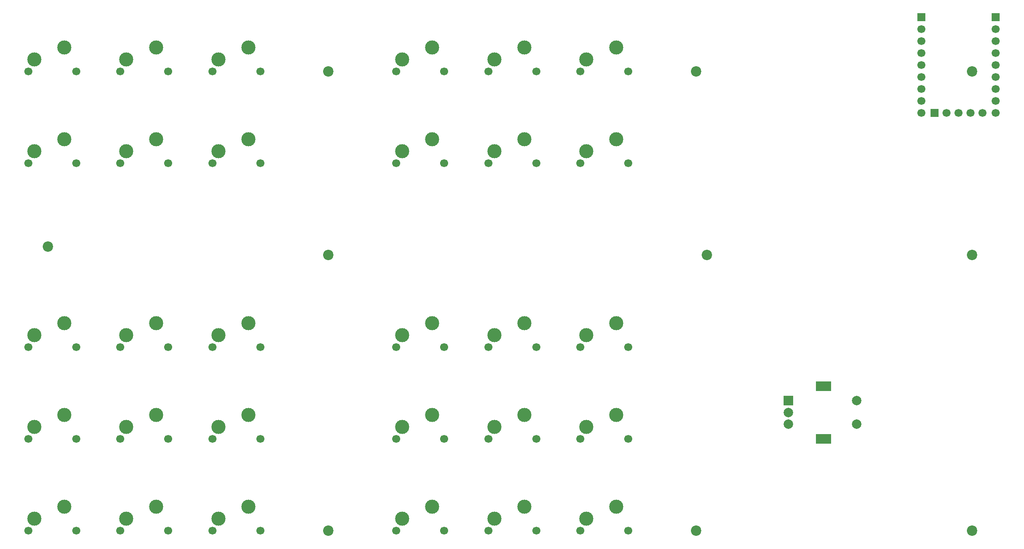
<source format=gbr>
%TF.GenerationSoftware,KiCad,Pcbnew,9.0.7*%
%TF.CreationDate,2026-02-23T23:42:04+09:00*%
%TF.ProjectId,YmmKeyboardMX,596d6d4b-6579-4626-9f61-72644d582e6b,rev?*%
%TF.SameCoordinates,Original*%
%TF.FileFunction,Soldermask,Top*%
%TF.FilePolarity,Negative*%
%FSLAX46Y46*%
G04 Gerber Fmt 4.6, Leading zero omitted, Abs format (unit mm)*
G04 Created by KiCad (PCBNEW 9.0.7) date 2026-02-23 23:42:04*
%MOMM*%
%LPD*%
G01*
G04 APERTURE LIST*
%ADD10C,2.000000*%
%ADD11R,3.200000X2.000000*%
%ADD12R,2.000000X2.000000*%
%ADD13C,2.200000*%
%ADD14C,1.700000*%
%ADD15C,3.000000*%
%ADD16R,1.700000X1.700000*%
G04 APERTURE END LIST*
D10*
%TO.C,SW31*%
X209500000Y-108900000D03*
X209500000Y-113900000D03*
D11*
X202500000Y-117000000D03*
X202500000Y-105800000D03*
D10*
X195000000Y-111400000D03*
X195000000Y-113900000D03*
D12*
X195000000Y-108900000D03*
%TD*%
D13*
%TO.C,H7*%
X234000000Y-39000000D03*
%TD*%
%TO.C,H4*%
X97500000Y-39000000D03*
%TD*%
D14*
%TO.C,SW5*%
X131420000Y-39000000D03*
D15*
X132690000Y-36460000D03*
X139040000Y-33920000D03*
D14*
X141580000Y-39000000D03*
%TD*%
%TO.C,SW1*%
X33920000Y-39000000D03*
D15*
X35190000Y-36460000D03*
X41540000Y-33920000D03*
D14*
X44080000Y-39000000D03*
%TD*%
%TO.C,SW2*%
X53420000Y-39000000D03*
D15*
X54690000Y-36460000D03*
X61040000Y-33920000D03*
D14*
X63580000Y-39000000D03*
%TD*%
%TO.C,SW21*%
X72920000Y-117000000D03*
D15*
X74190000Y-114460000D03*
X80540000Y-111920000D03*
D14*
X83080000Y-117000000D03*
%TD*%
%TO.C,SW30*%
X150920000Y-136500000D03*
D15*
X152190000Y-133960000D03*
X158540000Y-131420000D03*
D14*
X161080000Y-136500000D03*
%TD*%
%TO.C,SW18*%
X150920000Y-97500000D03*
D15*
X152190000Y-94960000D03*
X158540000Y-92420000D03*
D14*
X161080000Y-97500000D03*
%TD*%
%TO.C,SW11*%
X131420000Y-58500000D03*
D15*
X132690000Y-55960000D03*
X139040000Y-53420000D03*
D14*
X141580000Y-58500000D03*
%TD*%
%TO.C,SW23*%
X131420000Y-117000000D03*
D15*
X132690000Y-114460000D03*
X139040000Y-111920000D03*
D14*
X141580000Y-117000000D03*
%TD*%
%TO.C,SW6*%
X150920000Y-39000000D03*
D15*
X152190000Y-36460000D03*
X158540000Y-33920000D03*
D14*
X161080000Y-39000000D03*
%TD*%
%TO.C,SW16*%
X111920000Y-97500000D03*
D15*
X113190000Y-94960000D03*
X119540000Y-92420000D03*
D14*
X122080000Y-97500000D03*
%TD*%
%TO.C,SW20*%
X53420000Y-117000000D03*
D15*
X54690000Y-114460000D03*
X61040000Y-111920000D03*
D14*
X63580000Y-117000000D03*
%TD*%
%TO.C,SW12*%
X150920000Y-58500000D03*
D15*
X152190000Y-55960000D03*
X158540000Y-53420000D03*
D14*
X161080000Y-58500000D03*
%TD*%
%TO.C,SW28*%
X111920000Y-136500000D03*
D15*
X113190000Y-133960000D03*
X119540000Y-131420000D03*
D14*
X122080000Y-136500000D03*
%TD*%
%TO.C,SW9*%
X72920000Y-58500000D03*
D15*
X74190000Y-55960000D03*
X80540000Y-53420000D03*
D14*
X83080000Y-58500000D03*
%TD*%
%TO.C,SW24*%
X150920000Y-117000000D03*
D15*
X152190000Y-114460000D03*
X158540000Y-111920000D03*
D14*
X161080000Y-117000000D03*
%TD*%
%TO.C,SW7*%
X33920000Y-58500000D03*
D15*
X35190000Y-55960000D03*
X41540000Y-53420000D03*
D14*
X44080000Y-58500000D03*
%TD*%
%TO.C,SW4*%
X122080000Y-39000000D03*
D15*
X119540000Y-33920000D03*
X113190000Y-36460000D03*
D14*
X111920000Y-39000000D03*
%TD*%
%TO.C,SW19*%
X33920000Y-117000000D03*
D15*
X35190000Y-114460000D03*
X41540000Y-111920000D03*
D14*
X44080000Y-117000000D03*
%TD*%
%TO.C,SW27*%
X72920000Y-136500000D03*
D15*
X74190000Y-133960000D03*
X80540000Y-131420000D03*
D14*
X83080000Y-136500000D03*
%TD*%
%TO.C,SW25*%
X33920000Y-136500000D03*
D15*
X35190000Y-133960000D03*
X41540000Y-131420000D03*
D14*
X44080000Y-136500000D03*
%TD*%
%TO.C,SW17*%
X131420000Y-97500000D03*
D15*
X132690000Y-94960000D03*
X139040000Y-92420000D03*
D14*
X141580000Y-97500000D03*
%TD*%
%TO.C,SW29*%
X131420000Y-136500000D03*
D15*
X132690000Y-133960000D03*
X139040000Y-131420000D03*
D14*
X141580000Y-136500000D03*
%TD*%
%TO.C,SW15*%
X72920000Y-97500000D03*
D15*
X74190000Y-94960000D03*
X80540000Y-92420000D03*
D14*
X83080000Y-97500000D03*
%TD*%
%TO.C,SW26*%
X53420000Y-136500000D03*
D15*
X54690000Y-133960000D03*
X61040000Y-131420000D03*
D14*
X63580000Y-136500000D03*
%TD*%
%TO.C,SW22*%
X111920000Y-117000000D03*
D15*
X113190000Y-114460000D03*
X119540000Y-111920000D03*
D14*
X122080000Y-117000000D03*
%TD*%
%TO.C,SW14*%
X53420000Y-97500000D03*
D15*
X54690000Y-94960000D03*
X61040000Y-92420000D03*
D14*
X63580000Y-97500000D03*
%TD*%
%TO.C,SW10*%
X111920000Y-58500000D03*
D15*
X113190000Y-55960000D03*
X119540000Y-53420000D03*
D14*
X122080000Y-58500000D03*
%TD*%
%TO.C,SW13*%
X33920000Y-97500000D03*
D15*
X35190000Y-94960000D03*
X41540000Y-92420000D03*
D14*
X44080000Y-97500000D03*
%TD*%
%TO.C,SW8*%
X53420000Y-58500000D03*
D15*
X54690000Y-55960000D03*
X61040000Y-53420000D03*
D14*
X63580000Y-58500000D03*
%TD*%
D13*
%TO.C,H5*%
X175500000Y-136500000D03*
%TD*%
%TO.C,H8*%
X97500000Y-78000000D03*
%TD*%
%TO.C,H3*%
X234000000Y-78000000D03*
%TD*%
%TO.C,H1*%
X97500000Y-136500000D03*
%TD*%
%TO.C,H6*%
X234000000Y-136500000D03*
%TD*%
%TO.C,H7*%
X38100000Y-76200000D03*
%TD*%
%TO.C,H9*%
X177800000Y-78000000D03*
%TD*%
%TO.C,H2*%
X175500000Y-39000000D03*
%TD*%
D14*
%TO.C,SW3*%
X72920000Y-39000000D03*
D15*
X74190000Y-36460000D03*
X80540000Y-33920000D03*
D14*
X83080000Y-39000000D03*
%TD*%
D16*
%TO.C,U1*%
X239000000Y-27490000D03*
D14*
X239000000Y-30030000D03*
X239000000Y-32570000D03*
X239000000Y-35110000D03*
X239000000Y-37650000D03*
X239000000Y-40190000D03*
X239000000Y-42730000D03*
X239000000Y-45270000D03*
X239000000Y-47810000D03*
X236170000Y-47800000D03*
X233630000Y-47800000D03*
X231090000Y-47800000D03*
X228550000Y-47800000D03*
D16*
X226010000Y-47800000D03*
D14*
X223220000Y-47820000D03*
X223220000Y-45280000D03*
X223220000Y-42740000D03*
X223220000Y-40200000D03*
X223220000Y-37660000D03*
X223220000Y-35120000D03*
X223220000Y-32580000D03*
X223220000Y-30040000D03*
D16*
X223220000Y-27500000D03*
%TD*%
M02*

</source>
